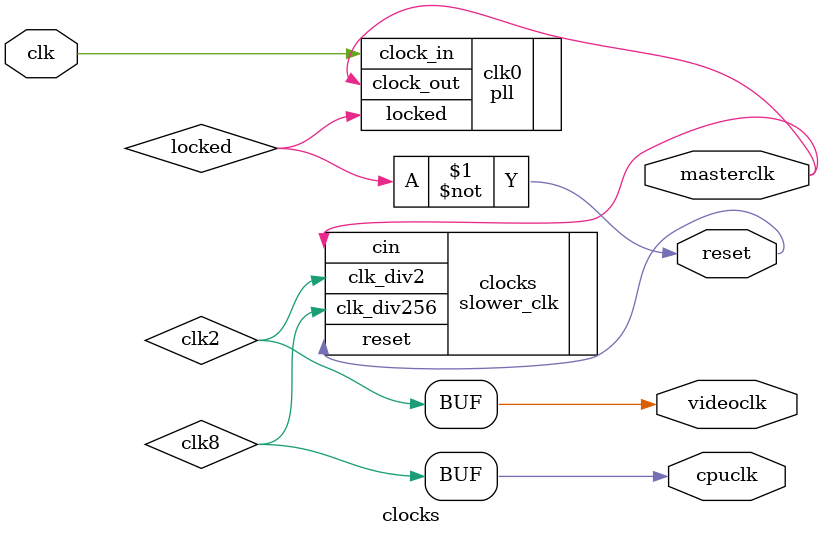
<source format=sv>
module clocks(input bit clk, output bit reset, output bit masterclk, output bit videoclk, output bit cpuclk);
  assign reset = ~locked;
  logic locked;

  logic clk2;       
	/* SB_GB clk2_gbuf (
		.USER_SIGNAL_TO_GLOBAL_BUFFER(clk2),
		.GLOBAL_BUFFER_OUTPUT(videoclk)
	); */
  assign videoclk = clk2;

  logic clk8;       
	/* SB_GB clk8_gbuf (
		.USER_SIGNAL_TO_GLOBAL_BUFFER(clk8),
		.GLOBAL_BUFFER_OUTPUT(cpuclk)
	); */
  assign cpuclk = clk8;

  pll clk0(.clock_in(clk), .clock_out(masterclk), .locked);
  slower_clk clocks(.cin(masterclk), .clk_div2(clk2), .clk_div256(clk8), .reset);

endmodule 

</source>
